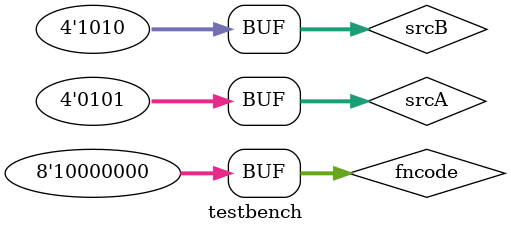
<source format=v>
module pipeline(input [7:0] funccode,
				input [3:0] a, 
				input [3:0] b,
				output parity);

	wire [2: 0] opcode;
	wire [3:0] result;


	wire [3:0] a_p, b_p, result_p;
	wire [2:0] opcode_p;

	wire [10:0] IF_EXReg;
	wire [3:0] EX_PARReg;

	encoder e(funccode, opcode);

	assign IF_EXReg = {opcode, a, b};
	ifparser ifp (IF_EXReg, opcode_p, a_p, b_p);

	alu al (a_p, b_p, opcode_p, result);

	assign EX_PARReg = {result};
	exparser exp (EX_PARReg, result_p);

	generator g(result_p, parity);

endmodule



module testbench();
	
	reg [7:0] fncode;
	reg [3:0] srcA, srcB;
	
	wire parity;
	
	pipeline pc(fncode, srcA, srcB, parity);
	
	initial begin
		
				fncode = 8'b00000001;
				srcA   = 4'b0001;
				srcB   = 4'b0001;
		
		#100	fncode = 8'b00000010;
		#200	fncode = 8'b00000100;
		#300	fncode = 8'b00001000;
		#400	fncode = 8'b00010000;
		#500	fncode = 8'b00100000;
		#600	fncode = 8'b01000000;
		#700	fncode = 8'b10000000;
		
		#10 	$display("");
		
		#100	fncode = 8'b00000001;
				srcA   = 4'b0101;
				srcB   = 4'b1010;
		
		#100	fncode = 8'b00000010;
		#200	fncode = 8'b00000100;
		#300	fncode = 8'b00001000;
		#400	fncode = 8'b00010000;
		#500	fncode = 8'b00100000;
		#600	fncode = 8'b01000000;
		#700	fncode = 8'b10000000;
	end
	
	initial begin
		$monitor( "fncode : %b ",fncode, " srcA: %b ", srcA," srcB: %b ", srcB, " aluOut: %b ",pc.result, " parity: %b ", parity  );
	end
	
endmodule
</source>
